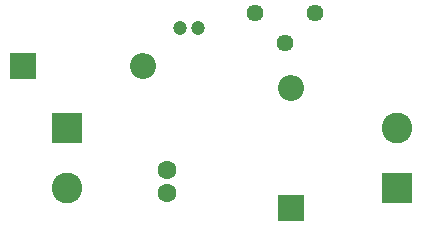
<source format=gbr>
%TF.GenerationSoftware,KiCad,Pcbnew,8.0.2*%
%TF.CreationDate,2025-12-30T14:28:12-05:00*%
%TF.ProjectId,voltage regulator,766f6c74-6167-4652-9072-6567756c6174,rev?*%
%TF.SameCoordinates,Original*%
%TF.FileFunction,Soldermask,Bot*%
%TF.FilePolarity,Negative*%
%FSLAX46Y46*%
G04 Gerber Fmt 4.6, Leading zero omitted, Abs format (unit mm)*
G04 Created by KiCad (PCBNEW 8.0.2) date 2025-12-30 14:28:12*
%MOMM*%
%LPD*%
G01*
G04 APERTURE LIST*
%ADD10R,2.200000X2.200000*%
%ADD11O,2.200000X2.200000*%
%ADD12R,2.600000X2.600000*%
%ADD13C,2.600000*%
%ADD14C,1.440000*%
%ADD15C,1.200000*%
%ADD16C,1.600000*%
G04 APERTURE END LIST*
D10*
%TO.C,D2*%
X131500000Y-103225000D03*
D11*
X131500000Y-93065000D03*
%TD*%
D12*
%TO.C,J1*%
X112525000Y-96445000D03*
D13*
X112525000Y-101525000D03*
%TD*%
D12*
%TO.C,J2*%
X140500000Y-101535000D03*
D13*
X140500000Y-96455000D03*
%TD*%
D10*
%TO.C,D1*%
X108800000Y-91200000D03*
D11*
X118960000Y-91200000D03*
%TD*%
D14*
%TO.C,RV1*%
X133525000Y-86775000D03*
X130985000Y-89315000D03*
X128445000Y-86775000D03*
%TD*%
D15*
%TO.C,C1*%
X123600000Y-88000000D03*
X122100000Y-88000000D03*
%TD*%
D16*
%TO.C,C2*%
X121000000Y-100000000D03*
X121000000Y-102000000D03*
%TD*%
M02*

</source>
